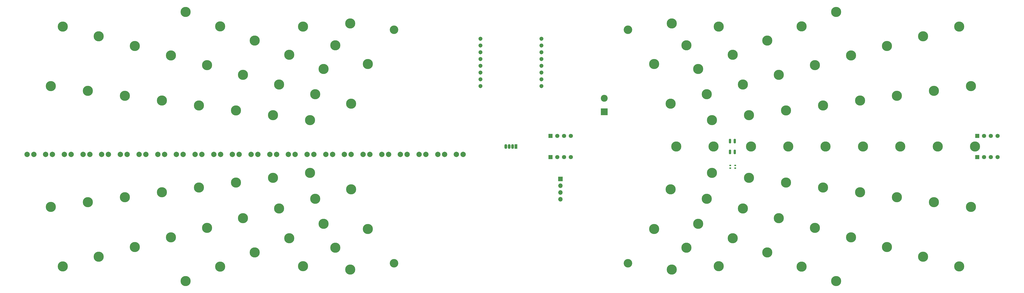
<source format=gbr>
%TF.GenerationSoftware,KiCad,Pcbnew,7.0.8*%
%TF.CreationDate,2023-11-15T20:37:27+01:00*%
%TF.ProjectId,main_board_4_jlc-3.2,6d61696e-5f62-46f6-9172-645f345f6a6c,rev?*%
%TF.SameCoordinates,Original*%
%TF.FileFunction,Soldermask,Bot*%
%TF.FilePolarity,Negative*%
%FSLAX46Y46*%
G04 Gerber Fmt 4.6, Leading zero omitted, Abs format (unit mm)*
G04 Created by KiCad (PCBNEW 7.0.8) date 2023-11-15 20:37:27*
%MOMM*%
%LPD*%
G01*
G04 APERTURE LIST*
G04 Aperture macros list*
%AMRoundRect*
0 Rectangle with rounded corners*
0 $1 Rounding radius*
0 $2 $3 $4 $5 $6 $7 $8 $9 X,Y pos of 4 corners*
0 Add a 4 corners polygon primitive as box body*
4,1,4,$2,$3,$4,$5,$6,$7,$8,$9,$2,$3,0*
0 Add four circle primitives for the rounded corners*
1,1,$1+$1,$2,$3*
1,1,$1+$1,$4,$5*
1,1,$1+$1,$6,$7*
1,1,$1+$1,$8,$9*
0 Add four rect primitives between the rounded corners*
20,1,$1+$1,$2,$3,$4,$5,0*
20,1,$1+$1,$4,$5,$6,$7,0*
20,1,$1+$1,$6,$7,$8,$9,0*
20,1,$1+$1,$8,$9,$2,$3,0*%
G04 Aperture macros list end*
%ADD10C,0.780999*%
%ADD11O,1.070000X1.800000*%
%ADD12R,1.070000X1.800000*%
%ADD13RoundRect,0.102000X0.684000X0.684000X-0.684000X0.684000X-0.684000X-0.684000X0.684000X-0.684000X0*%
%ADD14C,1.572000*%
%ADD15C,3.800000*%
%ADD16C,3.200000*%
%ADD17C,2.000000*%
%ADD18R,1.700000X1.700000*%
%ADD19O,1.700000X1.700000*%
%ADD20RoundRect,0.135000X-0.185000X0.135000X-0.185000X-0.135000X0.185000X-0.135000X0.185000X0.135000X0*%
%ADD21RoundRect,0.135000X0.185000X-0.135000X0.185000X0.135000X-0.185000X0.135000X-0.185000X-0.135000X0*%
%ADD22R,2.600000X2.600000*%
%ADD23C,2.600000*%
%ADD24RoundRect,0.197500X0.197500X0.632500X-0.197500X0.632500X-0.197500X-0.632500X0.197500X-0.632500X0*%
G04 APERTURE END LIST*
%TO.C,J10*%
D10*
X213960499Y-184521000D02*
G75*
G03*
X213960499Y-184521000I-390499J0D01*
G01*
X213960499Y-187061000D02*
G75*
G03*
X213960499Y-187061000I-390499J0D01*
G01*
X213960499Y-189601000D02*
G75*
G03*
X213960499Y-189601000I-390499J0D01*
G01*
X213960499Y-192141000D02*
G75*
G03*
X213960499Y-192141000I-390499J0D01*
G01*
X213960499Y-194681000D02*
G75*
G03*
X213960499Y-194681000I-390499J0D01*
G01*
X213960499Y-197221000D02*
G75*
G03*
X213960499Y-197221000I-390499J0D01*
G01*
X213960499Y-199761000D02*
G75*
G03*
X213960499Y-199761000I-390499J0D01*
G01*
X213960499Y-202301000D02*
G75*
G03*
X213960499Y-202301000I-390499J0D01*
G01*
%TO.C,J9*%
X236820499Y-184521000D02*
G75*
G03*
X236820499Y-184521000I-390499J0D01*
G01*
X236820499Y-187061000D02*
G75*
G03*
X236820499Y-187061000I-390499J0D01*
G01*
X236820499Y-189601000D02*
G75*
G03*
X236820499Y-189601000I-390499J0D01*
G01*
X236820499Y-192141000D02*
G75*
G03*
X236820499Y-192141000I-390499J0D01*
G01*
X236820499Y-194681000D02*
G75*
G03*
X236820499Y-194681000I-390499J0D01*
G01*
X236820499Y-197221000D02*
G75*
G03*
X236820499Y-197221000I-390499J0D01*
G01*
X236820499Y-199761000D02*
G75*
G03*
X236820499Y-199761000I-390499J0D01*
G01*
X236820499Y-202301000D02*
G75*
G03*
X236820499Y-202301000I-390499J0D01*
G01*
%TD*%
D11*
%TO.C,D12*%
X223090000Y-225000000D03*
X224360000Y-225000000D03*
X225630000Y-225000000D03*
D12*
X226900000Y-225000000D03*
%TD*%
D13*
%TO.C,J7*%
X239800000Y-229000000D03*
D14*
X242340000Y-229000000D03*
X244880000Y-229000000D03*
X247420000Y-229000000D03*
%TD*%
D15*
%TO.C,H1*%
X338979248Y-255540647D03*
%TD*%
D16*
%TO.C,H60*%
X268840620Y-268840620D03*
%TD*%
D15*
%TO.C,H1*%
X314230038Y-236747357D03*
%TD*%
%TO.C,H1*%
X97497791Y-190835886D03*
%TD*%
%TO.C,H1*%
X328110266Y-211425276D03*
%TD*%
%TO.C,H1*%
X56928906Y-179965486D03*
%TD*%
%TO.C,H1*%
X80249050Y-244056824D03*
%TD*%
%TO.C,H1*%
X147057714Y-180000000D03*
%TD*%
%TO.C,H1*%
X346952098Y-275514213D03*
%TD*%
D17*
%TO.C,H45*%
X158100000Y-227939000D03*
%TD*%
%TO.C,H23*%
X81100000Y-227939000D03*
%TD*%
D16*
%TO.C,H60*%
X268840620Y-181159380D03*
%TD*%
D15*
%TO.C,H1*%
X124543714Y-198082819D03*
%TD*%
%TO.C,H1*%
X397511406Y-247711557D03*
%TD*%
%TO.C,H1*%
X128916529Y-264799077D03*
%TD*%
%TO.C,H1*%
X171306425Y-256000000D03*
%TD*%
%TO.C,H1*%
X355870722Y-242229457D03*
%TD*%
%TO.C,H1*%
X334017785Y-179843355D03*
%TD*%
%TO.C,H1*%
X141850842Y-190558491D03*
%TD*%
D17*
%TO.C,H57*%
X200100000Y-227939000D03*
%TD*%
D15*
%TO.C,H1*%
X121889734Y-238574724D03*
%TD*%
D16*
%TO.C,H60*%
X181159380Y-268840620D03*
%TD*%
D15*
%TO.C,H1*%
X154785156Y-195916059D03*
%TD*%
D17*
%TO.C,H18*%
X64560000Y-227939000D03*
%TD*%
D15*
%TO.C,H1*%
X66368822Y-204115809D03*
%TD*%
%TO.C,H1*%
X385000000Y-225000000D03*
%TD*%
%TO.C,H1*%
X159182069Y-187000000D03*
%TD*%
%TO.C,H1*%
X302942286Y-270000000D03*
%TD*%
D13*
%TO.C,J8*%
X399820000Y-229000000D03*
D14*
X402360000Y-229000000D03*
X404900000Y-229000000D03*
X407440000Y-229000000D03*
%TD*%
D17*
%TO.C,H36*%
X127560000Y-227939000D03*
%TD*%
D15*
%TO.C,H1*%
X284887401Y-208953219D03*
%TD*%
%TO.C,H1*%
X128916529Y-185200923D03*
%TD*%
%TO.C,H1*%
X366025171Y-187212419D03*
%TD*%
D17*
%TO.C,H15*%
X53100000Y-227939000D03*
%TD*%
D15*
%TO.C,H1*%
X357000000Y-225000000D03*
%TD*%
%TO.C,H1*%
X154785156Y-254083941D03*
%TD*%
D17*
%TO.C,H21*%
X74100000Y-227939000D03*
%TD*%
%TO.C,H28*%
X99560000Y-227939000D03*
%TD*%
D15*
%TO.C,H1*%
X83974829Y-187212419D03*
%TD*%
%TO.C,H1*%
X383631178Y-245884191D03*
%TD*%
D17*
%TO.C,H54*%
X190560000Y-227939000D03*
%TD*%
D15*
%TO.C,H1*%
X371000000Y-225000000D03*
%TD*%
D17*
%TO.C,H12*%
X43560000Y-227939000D03*
%TD*%
D15*
%TO.C,H1*%
X393071094Y-270034514D03*
%TD*%
D17*
%TO.C,H46*%
X162560000Y-227939000D03*
%TD*%
%TO.C,H16*%
X57560000Y-227939000D03*
%TD*%
D15*
%TO.C,H1*%
X165112599Y-208953219D03*
%TD*%
D17*
%TO.C,H14*%
X50560000Y-227939000D03*
%TD*%
D15*
%TO.C,H1*%
X328110266Y-238574724D03*
%TD*%
D17*
%TO.C,H26*%
X92560000Y-227939000D03*
%TD*%
D15*
%TO.C,H1*%
X352502209Y-259164114D03*
%TD*%
D17*
%TO.C,H22*%
X78560000Y-227939000D03*
%TD*%
%TO.C,H43*%
X151100000Y-227939000D03*
%TD*%
D15*
%TO.C,H1*%
X300349809Y-215080009D03*
%TD*%
%TO.C,H1*%
X124543714Y-251917181D03*
%TD*%
%TO.C,H1*%
X121889734Y-211425276D03*
%TD*%
%TO.C,H1*%
X103047902Y-174485787D03*
%TD*%
%TO.C,H1*%
X115982215Y-270156645D03*
%TD*%
%TO.C,H1*%
X301000000Y-225000000D03*
%TD*%
%TO.C,H1*%
X399000000Y-225000000D03*
%TD*%
%TO.C,H1*%
X308149158Y-259441509D03*
%TD*%
%TO.C,H1*%
X159182069Y-263000000D03*
%TD*%
D17*
%TO.C,H34*%
X120560000Y-227939000D03*
%TD*%
D15*
%TO.C,H1*%
X366025171Y-262787581D03*
%TD*%
D17*
%TO.C,H48*%
X169560000Y-227939000D03*
%TD*%
%TO.C,H31*%
X109100000Y-227939000D03*
%TD*%
D15*
%TO.C,H1*%
X295214844Y-254083941D03*
%TD*%
%TO.C,H1*%
X369750950Y-244056824D03*
%TD*%
%TO.C,H1*%
X149650191Y-215080009D03*
%TD*%
%TO.C,H1*%
X284887401Y-241046781D03*
%TD*%
D17*
%TO.C,H37*%
X130100000Y-227939000D03*
%TD*%
D15*
%TO.C,H1*%
X138066676Y-248293714D03*
%TD*%
%TO.C,H1*%
X298410363Y-244670247D03*
%TD*%
D17*
%TO.C,H47*%
X165100000Y-227939000D03*
%TD*%
D15*
%TO.C,H1*%
X311933324Y-248293714D03*
%TD*%
%TO.C,H1*%
X165112599Y-241046781D03*
%TD*%
%TO.C,H1*%
X115982215Y-179843355D03*
%TD*%
%TO.C,H1*%
X141850842Y-259441509D03*
%TD*%
%TO.C,H1*%
X97497791Y-259164114D03*
%TD*%
%TO.C,H1*%
X52488594Y-202288443D03*
%TD*%
%TO.C,H1*%
X314230038Y-213252643D03*
%TD*%
%TO.C,H1*%
X341990494Y-209597909D03*
%TD*%
D17*
%TO.C,H33*%
X116100000Y-227939000D03*
%TD*%
%TO.C,H44*%
X155560000Y-227939000D03*
%TD*%
D15*
%TO.C,H1*%
X52488594Y-247711557D03*
%TD*%
%TO.C,H1*%
X70451868Y-266411047D03*
%TD*%
D17*
%TO.C,H49*%
X172100000Y-227939000D03*
%TD*%
%TO.C,H20*%
X71560000Y-227939000D03*
%TD*%
%TO.C,H58*%
X204560000Y-227939000D03*
%TD*%
D15*
%TO.C,H1*%
X285294854Y-271265869D03*
%TD*%
%TO.C,H1*%
X164705146Y-271265869D03*
%TD*%
%TO.C,H1*%
X308149158Y-190558491D03*
%TD*%
%TO.C,H1*%
X80249050Y-205943176D03*
%TD*%
%TO.C,H1*%
X135769962Y-236747357D03*
%TD*%
%TO.C,H1*%
X108009506Y-209597909D03*
%TD*%
%TO.C,H1*%
X341990494Y-240402091D03*
%TD*%
%TO.C,H1*%
X379548132Y-183588953D03*
%TD*%
%TO.C,H1*%
X321083471Y-264799077D03*
%TD*%
%TO.C,H1*%
X83974829Y-262787581D03*
%TD*%
D17*
%TO.C,H25*%
X88100000Y-227939000D03*
%TD*%
D15*
%TO.C,H1*%
X111020752Y-255540647D03*
%TD*%
%TO.C,H1*%
X290817931Y-263000000D03*
%TD*%
D18*
%TO.C,J1*%
X243528000Y-237215000D03*
D19*
X243528000Y-239755000D03*
X243528000Y-242295000D03*
X243528000Y-244835000D03*
%TD*%
D15*
%TO.C,H1*%
X138066676Y-201706286D03*
%TD*%
D17*
%TO.C,H24*%
X85560000Y-227939000D03*
%TD*%
%TO.C,H40*%
X141560000Y-227939000D03*
%TD*%
D15*
%TO.C,H1*%
X149650191Y-234919991D03*
%TD*%
%TO.C,H1*%
X151589637Y-244670247D03*
%TD*%
%TO.C,H1*%
X56928906Y-270034514D03*
%TD*%
D17*
%TO.C,H50*%
X176560000Y-227939000D03*
%TD*%
D15*
%TO.C,H1*%
X315000000Y-225000000D03*
%TD*%
%TO.C,H1*%
X94129278Y-242229457D03*
%TD*%
%TO.C,H1*%
X325456286Y-198082819D03*
%TD*%
D17*
%TO.C,H35*%
X123100000Y-227939000D03*
%TD*%
D15*
%TO.C,H1*%
X355870722Y-207770543D03*
%TD*%
D17*
%TO.C,H41*%
X144100000Y-227939000D03*
%TD*%
D15*
%TO.C,H1*%
X278693575Y-194000000D03*
%TD*%
%TO.C,H1*%
X290817931Y-187000000D03*
%TD*%
%TO.C,H1*%
X346952098Y-174485787D03*
%TD*%
D17*
%TO.C,H29*%
X102100000Y-227939000D03*
%TD*%
%TO.C,H13*%
X46100000Y-227939000D03*
%TD*%
D15*
%TO.C,H1*%
X383631178Y-204115809D03*
%TD*%
%TO.C,H1*%
X66368822Y-245884191D03*
%TD*%
D17*
%TO.C,H38*%
X134560000Y-227939000D03*
%TD*%
D15*
%TO.C,H1*%
X300349809Y-234919991D03*
%TD*%
%TO.C,H1*%
X111020752Y-194459353D03*
%TD*%
D17*
%TO.C,H53*%
X186100000Y-227939000D03*
%TD*%
D13*
%TO.C,J6*%
X399820000Y-221000000D03*
D14*
X402360000Y-221000000D03*
X404900000Y-221000000D03*
X407440000Y-221000000D03*
%TD*%
D15*
%TO.C,H1*%
X369750950Y-205943176D03*
%TD*%
%TO.C,H1*%
X164705146Y-178734131D03*
%TD*%
%TO.C,H1*%
X393071094Y-179965486D03*
%TD*%
D17*
%TO.C,H55*%
X193100000Y-227939000D03*
%TD*%
D15*
%TO.C,H1*%
X397511406Y-202288443D03*
%TD*%
D17*
%TO.C,H59*%
X207100000Y-227939000D03*
%TD*%
D15*
%TO.C,H1*%
X171306425Y-194000000D03*
%TD*%
%TO.C,H1*%
X147057714Y-270000000D03*
%TD*%
D16*
%TO.C,H60*%
X181159380Y-181159380D03*
%TD*%
D15*
%TO.C,H1*%
X295214844Y-195916059D03*
%TD*%
%TO.C,H1*%
X302942286Y-180000000D03*
%TD*%
D17*
%TO.C,H19*%
X67100000Y-227939000D03*
%TD*%
D15*
%TO.C,H1*%
X352502209Y-190835886D03*
%TD*%
%TO.C,H1*%
X135769962Y-213252643D03*
%TD*%
%TO.C,H1*%
X379548132Y-266411047D03*
%TD*%
%TO.C,H1*%
X321083471Y-185200923D03*
%TD*%
%TO.C,H1*%
X334017785Y-270156645D03*
%TD*%
D17*
%TO.C,H27*%
X95100000Y-227939000D03*
%TD*%
%TO.C,H39*%
X137100000Y-227939000D03*
%TD*%
D13*
%TO.C,J5*%
X239800000Y-221000000D03*
D14*
X242340000Y-221000000D03*
X244880000Y-221000000D03*
X247420000Y-221000000D03*
%TD*%
D15*
%TO.C,H1*%
X298410363Y-205329753D03*
%TD*%
%TO.C,H1*%
X94129278Y-207770543D03*
%TD*%
%TO.C,H1*%
X108009506Y-240402091D03*
%TD*%
%TO.C,H1*%
X311933324Y-201706286D03*
%TD*%
%TO.C,H1*%
X325456286Y-251917181D03*
%TD*%
%TO.C,H1*%
X70451868Y-183588953D03*
%TD*%
D17*
%TO.C,H32*%
X113560000Y-227939000D03*
%TD*%
%TO.C,H52*%
X183560000Y-227939000D03*
%TD*%
%TO.C,H30*%
X106560000Y-227939000D03*
%TD*%
D15*
%TO.C,H1*%
X329000000Y-225000000D03*
%TD*%
D17*
%TO.C,H17*%
X60100000Y-227939000D03*
%TD*%
D15*
%TO.C,H1*%
X338979248Y-194459353D03*
%TD*%
D17*
%TO.C,H51*%
X179100000Y-227939000D03*
%TD*%
%TO.C,H56*%
X197560000Y-227939000D03*
%TD*%
D15*
%TO.C,H1*%
X278693575Y-256000000D03*
%TD*%
%TO.C,H1*%
X103047902Y-275514213D03*
%TD*%
%TO.C,H1*%
X287000000Y-225000000D03*
%TD*%
%TO.C,H1*%
X151589637Y-205329753D03*
%TD*%
%TO.C,H1*%
X285294854Y-178734131D03*
%TD*%
%TO.C,H1*%
X343000000Y-225000000D03*
%TD*%
D17*
%TO.C,H42*%
X148560000Y-227939000D03*
%TD*%
D20*
%TO.C,R2*%
X307221998Y-232124998D03*
X307221998Y-233144998D03*
%TD*%
D21*
%TO.C,R1*%
X309074000Y-233130000D03*
X309074000Y-232110000D03*
%TD*%
D22*
%TO.C,J11*%
X260000000Y-212000000D03*
D23*
X260000000Y-206920000D03*
%TD*%
D24*
%TO.C,U35*%
X308958000Y-223000000D03*
X308958000Y-227000000D03*
X307158000Y-227000000D03*
X307158000Y-223000000D03*
%TD*%
M02*

</source>
